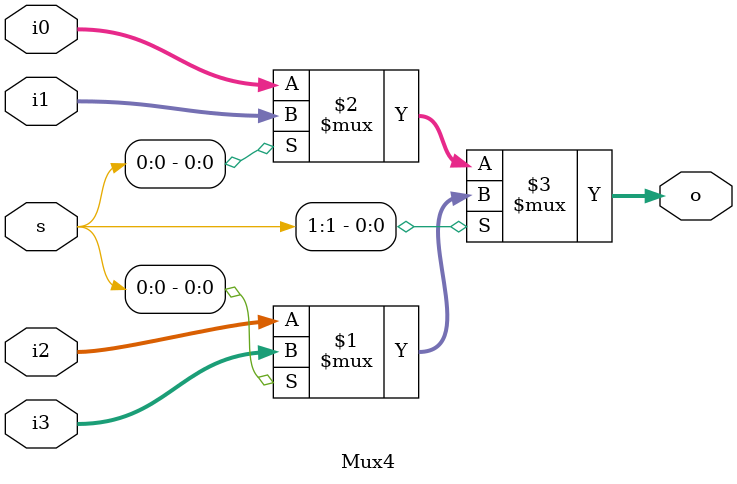
<source format=v>
/* verilator lint_off DECLFILENAME */
module Mux2 #(
	parameter W = 32
) (
	input wire s,
	input wire [W-1:0] i0,
	input wire [W-1:0] i1,
	output wire [W-1:0] o
);
	assign o = s ? i1 : i0;
endmodule


module Mux3 #(
	parameter W = 32
) (
	input wire [1:0] s,
	input wire [W-1:0] i0,
	input wire [W-1:0] i1,
	input wire [W-1:0] i2,
	output wire [W-1:0] o
);
	assign o = s[1] ? i2 : s[0] ? i1 : i0;
endmodule


module Mux4 #(
	parameter W = 32
) (
	input wire [1:0] s,
	input wire [W-1:0] i0,
	input wire [W-1:0] i1,
	input wire [W-1:0] i2,
	input wire [W-1:0] i3,
	output wire [W-1:0] o
);
	assign o = s[1] ? (s[0]? i3 : i2) : (s[0] ? i1 : i0);
endmodule


</source>
